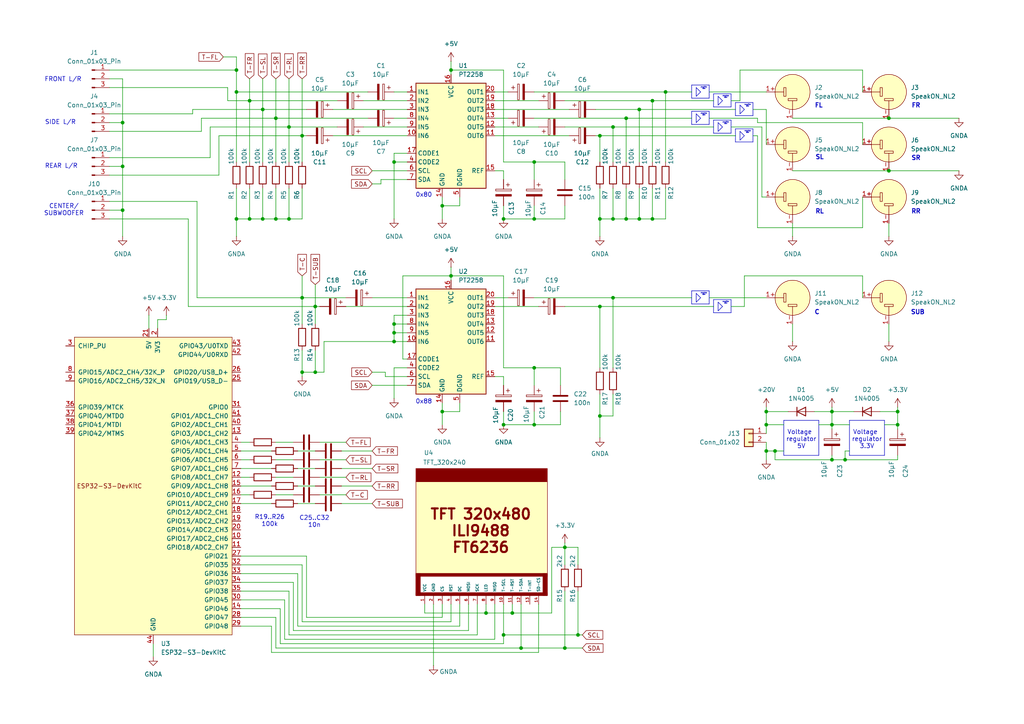
<source format=kicad_sch>
(kicad_sch (version 20250114) (generator "eeschema") (generator_version "9.0")
  (paper "A4")
  (lib_symbols
    (symbol "Audio:PT2258"
      (property "Reference" "U" (at -8.89 16.51 0))
      (property "Value" "PT2258" (at 6.35 16.51 0))
      (symbol "PT2258_1_1"
        (pin input line (at -12.7 12.7 0) (length 2.54) (name "IN1") (number "1"))
        (pin input line (at -12.7 10.16 0) (length 2.54) (name "IN2") (number "2"))
        (pin input line (at -12.7 7.62 0) (length 2.54) (name "IN3") (number "3"))
        (pin input line (at -12.7 5.08 0) (length 2.54) (name "IN4") (number "8"))
        (pin input line (at -12.7 2.54 0) (length 2.54) (name "IN5") (number "9"))
        (pin input line (at -12.7 0 0) (length 2.54) (name "IN6") (number "10"))
        (pin input line (at -12.7 -5.08 0) (length 2.54) (name "CODE1") (number "17"))
        (pin input line (at -12.7 -7.62 0) (length 2.54) (name "CODE2") (number "4"))
        (pin bidirectional line (at -12.7 -10.16 0) (length 2.54) (name "SCL") (number "6"))
        (pin bidirectional line (at -12.7 -12.7 0) (length 2.54) (name "SDA") (number "7"))
        (pin power_in line (at -2.54 -17.78 90) (length 2.54) (name "GND") (number "14"))
        (pin power_in line (at 0 17.78 270) (length 2.54) (name "VCC") (number "16"))
        (pin power_in line (at 2.54 -17.78 90) (length 2.54) (name "DGND") (number "5"))
        (pin output line (at 12.7 12.7 180) (length 2.54) (name "OUT1") (number "20"))
        (pin output line (at 12.7 10.16 180) (length 2.54) (name "OUT2") (number "19"))
        (pin output line (at 12.7 7.62 180) (length 2.54) (name "OUT3") (number "18"))
        (pin output line (at 12.7 5.08 180) (length 2.54) (name "OUT4") (number "13"))
        (pin output line (at 12.7 2.54 180) (length 2.54) (name "OUT5") (number "12"))
        (pin output line (at 12.7 0 180) (length 2.54) (name "OUT6") (number "11"))
        (pin output line (at 12.7 -10.16 180) (length 2.54) (name "REF") (number "15"))
      )
    )
    (symbol "Connector:Conn_01x03_Pin" (pin_names (offset 1.016) (hide yes))
      (property "Reference" "J" (at 0 5.08 0))
      (property "Value" "Conn_01x03_Pin" (at 0 -5.08 0))
      (symbol "Conn_01x03_Pin_1_1"
        (pin passive line (at 5.08 2.54 180) (length 3.81) (name "Pin_1") (number "1"))
        (pin passive line (at 5.08 0 180) (length 3.81) (name "Pin_2") (number "2"))
        (pin passive line (at 5.08 -2.54 180) (length 3.81) (name "Pin_3") (number "3"))
      )
    )
    (symbol "Connector_Audio:SpeakON_NL2" (pin_names (hide yes))
      (property "Reference" "J" (at 2.54 8.89 0))
      (property "Value" "SpeakON_NL2" (at 7.62 6.35 0))
      (symbol "SpeakON_NL2_0_1"
        (pin passive line (at -7.62 0 0) (length 2.54) (name "1-") (number "1-"))
      )
      (symbol "SpeakON_NL2_1_1"
        (pin passive line (at 0 7.62 270) (length 2.54) (name "1+") (number "1+"))
      )
    )
    (symbol "Connector_Generic:Conn_01x02" (pin_names (offset 1.016) (hide yes))
      (property "Reference" "J" (at 0 2.54 0))
      (property "Value" "Conn_01x02" (at 0 -5.08 0))
      (symbol "Conn_01x02_1_1"
        (pin passive line (at -5.08 0 0) (length 3.81) (name "Pin_1") (number "1"))
        (pin passive line (at -5.08 -2.54 0) (length 3.81) (name "Pin_2") (number "2"))
      )
    )
    (symbol "Device:C" (pin_numbers (hide yes)) (pin_names (offset 0.254))
      (property "Reference" "C" (at 0.635 2.54 0))
      (property "Value" "C" (at 0.635 -2.54 0))
      (symbol "C_1_1"
        (pin passive line (at 0 3.81 270) (length 2.794) (name "~") (number "1"))
        (pin passive line (at 0 -3.81 90) (length 2.794) (name "~") (number "2"))
      )
    )
    (symbol "Device:C_Polarized" (pin_numbers (hide yes)) (pin_names (offset 0.254))
      (property "Reference" "C" (at 0.635 2.54 0))
      (property "Value" "C_Polarized" (at 0.635 -2.54 0))
      (symbol "C_Polarized_1_1"
        (pin passive line (at 0 3.81 270) (length 2.794) (name "~") (number "1"))
        (pin passive line (at 0 -3.81 90) (length 2.794) (name "~") (number "2"))
      )
    )
    (symbol "Device:D" (pin_numbers (hide yes)) (pin_names (offset 1.016) (hide yes))
      (property "Reference" "D" (at 0 2.54 0))
      (property "Value" "D" (at 0 -2.54 0))
      (symbol "D_1_1"
        (pin passive line (at -3.81 0 0) (length 2.54) (name "K") (number "1"))
        (pin passive line (at 3.81 0 180) (length 2.54) (name "A") (number "2"))
      )
    )
    (symbol "Device:R" (pin_numbers (hide yes)) (pin_names (offset 0))
      (property "Reference" "R" (at 2.032 0 90))
      (property "Value" "R" (at 0 0 90))
      (symbol "R_1_1"
        (pin passive line (at 0 3.81 270) (length 1.27) (name "~") (number "1"))
        (pin passive line (at 0 -3.81 90) (length 1.27) (name "~") (number "2"))
      )
    )
    (symbol "Espressif:ESP32-S3-DevKitC" (pin_names (offset 1.016))
      (property "Reference" "U" (at -22.86 48.26 0))
      (property "Value" "ESP32-S3-DevKitC" (at -22.86 45.72 0))
      (symbol "ESP32-S3-DevKitC_0_0"
        (text "ESP32-S3-DevKitC" (at -12.7 0 0) (effects (font (size 1.27 1.27))))
        (pin bidirectional line (at -25.4 15.24 0) (length 2.54) (name "GPIO42/MTMS") (number "39"))
        (pin power_in line (at 0 -45.72 90) (length 2.54) (name "GND") (number "44"))
        (pin bidirectional line (at 25.4 40.64 180) (length 2.54) (name "GPIO43/U0TXD") (number "43"))
        (pin bidirectional line (at 25.4 38.1 180) (length 2.54) (name "GPIO44/U0RXD") (number "42"))
        (pin bidirectional line (at 25.4 20.32 180) (length 2.54) (name "GPIO1/ADC1_CH0") (number "41"))
        (pin bidirectional line (at 25.4 17.78 180) (length 2.54) (name "GPIO2/ADC1_CH1") (number "40"))
        (pin bidirectional line (at 25.4 -10.16 180) (length 2.54) (name "GPIO13/ADC2_CH2") (number "19"))
        (pin bidirectional line (at 25.4 -35.56 180) (length 2.54) (name "GPIO46") (number "14"))
      )
      (symbol "ESP32-S3-DevKitC_0_1"
        (pin power_in line (at 1.27 45.72 270) (length 2.54) (name "3V3") (number "2"))
      )
      (symbol "ESP32-S3-DevKitC_1_1"
        (pin input line (at -25.4 40.64 0) (length 2.54) (name "CHIP_PU") (number "3"))
        (pin bidirectional line (at -25.4 33.02 0) (length 2.54) (name "GPIO15/ADC2_CH4/32K_P") (number "8"))
        (pin bidirectional line (at -25.4 30.48 0) (length 2.54) (name "GPIO16/ADC2_CH5/32K_N") (number "9"))
        (pin bidirectional line (at -25.4 22.86 0) (length 2.54) (name "GPIO39/MTCK") (number "36"))
        (pin bidirectional line (at -25.4 20.32 0) (length 2.54) (name "GPIO40/MTDO") (number "37"))
        (pin bidirectional line (at -25.4 17.78 0) (length 2.54) (name "GPIO41/MTDI") (number "38"))
        (pin power_in line (at -1.27 45.72 270) (length 2.54) (name "5V") (number "21"))
        (pin passive line (at 0 -45.72 90) (length 2.54) (hide yes) (name "GND") (number "22"))
        (pin passive line (at 0 -45.72 90) (length 2.54) (hide yes) (name "GND") (number "23"))
        (pin passive line (at 0 -45.72 90) (length 2.54) (hide yes) (name "GND") (number "24"))
        (pin passive line (at 1.27 45.72 270) (length 2.54) (hide yes) (name "3V3") (number "1"))
        (pin bidirectional line (at 25.4 33.02 180) (length 2.54) (name "GPIO20/USB_D+") (number "26"))
        (pin bidirectional line (at 25.4 30.48 180) (length 2.54) (name "GPIO19/USB_D-") (number "25"))
        (pin bidirectional line (at 25.4 22.86 180) (length 2.54) (name "GPIO0") (number "31"))
        (pin bidirectional line (at 25.4 15.24 180) (length 2.54) (name "GPIO3/ADC1_CH2") (number "13"))
        (pin bidirectional line (at 25.4 12.7 180) (length 2.54) (name "GPIO4/ADC1_CH3") (number "4"))
        (pin bidirectional line (at 25.4 10.16 180) (length 2.54) (name "GPIO5/ADC1_CH4") (number "5"))
        (pin bidirectional line (at 25.4 7.62 180) (length 2.54) (name "GPIO6/ADC1_CH5") (number "6"))
        (pin bidirectional line (at 25.4 5.08 180) (length 2.54) (name "GPIO7/ADC1_CH6") (number "7"))
        (pin bidirectional line (at 25.4 2.54 180) (length 2.54) (name "GPIO8/ADC1_CH7") (number "12"))
        (pin bidirectional line (at 25.4 0 180) (length 2.54) (name "GPIO9/ADC1_CH8") (number "15"))
        (pin bidirectional line (at 25.4 -2.54 180) (length 2.54) (name "GPIO10/ADC1_CH9") (number "16"))
        (pin bidirectional line (at 25.4 -5.08 180) (length 2.54) (name "GPIO11/ADC2_CH0") (number "17"))
        (pin bidirectional line (at 25.4 -7.62 180) (length 2.54) (name "GPIO12/ADC2_CH1") (number "18"))
        (pin bidirectional line (at 25.4 -12.7 180) (length 2.54) (name "GPIO14/ADC2_CH3") (number "20"))
        (pin bidirectional line (at 25.4 -15.24 180) (length 2.54) (name "GPIO17/ADC2_CH6") (number "10"))
        (pin bidirectional line (at 25.4 -17.78 180) (length 2.54) (name "GPIO18/ADC2_CH7") (number "11"))
        (pin bidirectional line (at 25.4 -20.32 180) (length 2.54) (name "GPIO21") (number "27"))
        (pin bidirectional line (at 25.4 -22.86 180) (length 2.54) (name "GPIO35") (number "32"))
        (pin bidirectional line (at 25.4 -25.4 180) (length 2.54) (name "GPIO36") (number "33"))
        (pin bidirectional line (at 25.4 -27.94 180) (length 2.54) (name "GPIO37") (number "34"))
        (pin bidirectional line (at 25.4 -30.48 180) (length 2.54) (name "GPIO38") (number "35"))
        (pin bidirectional line (at 25.4 -33.02 180) (length 2.54) (name "GPIO45") (number "30"))
        (pin bidirectional line (at 25.4 -38.1 180) (length 2.54) (name "GPIO47") (number "28"))
        (pin bidirectional line (at 25.4 -40.64 180) (length 2.54) (name "GPIO48") (number "29"))
      )
    )
    (symbol "power:+24V" (power) (pin_numbers (hide yes)) (pin_names (offset 0) (hide yes))
      (property "Value" "+24V" (at 0 3.556 0))
      (symbol "+24V_1_1"
        (pin power_in line (at 0 0 90) (length 0) (name "~") (number "1"))
      )
    )
    (symbol "power:+3.3V" (power) (pin_numbers (hide yes)) (pin_names (offset 0) (hide yes))
      (property "Value" "+3.3V" (at 0 3.556 0))
      (symbol "+3.3V_1_1"
        (pin power_in line (at 0 0 90) (length 0) (name "~") (number "1"))
      )
    )
    (symbol "power:+5V" (power) (pin_numbers (hide yes)) (pin_names (offset 0) (hide yes))
      (property "Value" "+5V" (at 0 3.556 0))
      (symbol "+5V_1_1"
        (pin power_in line (at 0 0 90) (length 0) (name "~") (number "1"))
      )
    )
    (symbol "power:GNDA" (power) (pin_numbers (hide yes)) (pin_names (offset 0) (hide yes))
      (property "Value" "GNDA" (at 0 -3.81 0))
      (symbol "GNDA_1_1"
        (pin power_in line (at 0 0 270) (length 0) (name "~") (number "1"))
      )
    )
    (symbol "tft_320x240:TFT_320x240" (pin_names (offset 1.016))
      (property "Reference" "U4" (at -16.764 41.402 0))
      (property "Value" "TFT_320x240" (at -17.018 38.608 0))
      (symbol "TFT_320x240_1_1"
        (text "TFT 320x480\nILI9488\nFT6236" (at -0.254 18.796 0) (effects (font (size 2.9972 2.9972) (bold yes))))
        (pin power_in line (at -16.51 -2.54 90) (length 2.54) (name "VCC") (number "1"))
        (pin bidirectional line (at -13.97 -2.54 90) (length 2.54) (name "GND") (number "2"))
        (pin bidirectional line (at -11.43 -2.54 90) (length 2.54) (name "CS") (number "3"))
        (pin bidirectional line (at -8.89 -2.54 90) (length 2.54) (name "RST") (number "4"))
        (pin bidirectional line (at -6.35 -2.54 90) (length 2.54) (name "DC") (number "5"))
        (pin bidirectional line (at -3.81 -2.54 90) (length 2.54) (name "MOSI") (number "6"))
        (pin bidirectional line (at -1.27 -2.54 90) (length 2.54) (name "SCK") (number "7"))
        (pin power_in line (at 1.27 -2.54 90) (length 2.54) (name "LED") (number "8"))
        (pin bidirectional line (at 3.81 -2.54 90) (length 2.54) (name "MISO") (number "9"))
        (pin bidirectional line (at 6.35 -2.54 90) (length 2.54) (name "T-SCL") (number "10"))
        (pin bidirectional line (at 8.89 -2.54 90) (length 2.54) (name "T-RST") (number "11"))
        (pin bidirectional line (at 11.43 -2.54 90) (length 2.54) (name "T-SDA") (number "12"))
        (pin bidirectional line (at 13.97 -2.54 90) (length 2.54) (name "T-INT") (number "13"))
        (pin bidirectional line (at 16.51 -2.54 90) (length 2.54) (name "SD-CS") (number "14"))
      )
    )
  )
  (text "Amplifier\n60W" (at 210.5147 35.8377 0) (effects (font (size 0.2794 0.2794))))
  (text "0x80" (at 122.936 56.642 0) (effects (font (size 1.27 1.27))))
  (text "Voltage \nregulator\n5V" (at 232.41 127.508 0) (effects (font (size 1.27 1.27))))
  (text "CENTER/\nSUBWOOFER\n" (at 18.542 60.96 0) (effects (font (size 1.27 1.27))))
  (text "SR" (at 265.684 45.974 0) (effects (font (size 1.27 1.27) (thickness 0.254) (bold yes))))
  (text "REAR L/R" (at 17.78 48.26 0) (effects (font (size 1.27 1.27))))
  (text "SIDE L/R" (at 17.526 35.56 0) (effects (font (size 1.27 1.27))))
  (text "R19..R26\n100k" (at 78.232 151.13 0) (effects (font (size 1.27 1.27))))
  (text "C25..C32\n10n" (at 91.186 151.384 0) (effects (font (size 1.27 1.27))))
  (text "Amplifier\n60W" (at 216.8647 30.7577 0) (effects (font (size 0.2794 0.2794))))
  (text "Amplifier\n60W" (at 210.5147 87.9077 0) (effects (font (size 0.2794 0.2794))))
  (text "FRONT L/R" (at 18.288 23.114 0) (effects (font (size 1.27 1.27))))
  (text "FR" (at 265.684 30.734 0) (effects (font (size 1.27 1.27) (thickness 0.254) (bold yes))))
  (text "FL" (at 237.49 30.734 0) (effects (font (size 1.27 1.27) (thickness 0.254) (bold yes))))
  (text "RL" (at 237.744 61.468 0) (effects (font (size 1.27 1.27) (thickness 0.254) (bold yes))))
  (text "Amplifier\n60W" (at 204.1647 25.6777 0) (effects (font (size 0.2794 0.2794))))
  (text "RR" (at 265.684 61.468 0) (effects (font (size 1.27 1.27) (thickness 0.254) (bold yes))))
  (text "Voltage \nregulator\n3.3V" (at 251.46 127.508 0) (effects (font (size 1.27 1.27))))
  (text "SL" (at 237.744 45.72 0) (effects (font (size 1.27 1.27) (thickness 0.254) (bold yes))))
  (text "0x88" (at 122.936 116.586 0) (effects (font (size 1.27 1.27))))
  (text "Amplifier\n60W" (at 204.1647 33.2977 0) (effects (font (size 0.2794 0.2794))))
  (text "Amplifier\n60W" (at 216.8647 38.3777 0) (effects (font (size 0.2794 0.2794))))
  (text "Amplifier\n60W" (at 204.1647 85.3677 0) (effects (font (size 0.2794 0.2794))))
  (text "C" (at 236.982 90.678 0) (effects (font (size 1.27 1.27) (thickness 0.254) (bold yes))))
  (text "Amplifier\n60W" (at 210.5147 28.2177 0) (effects (font (size 0.2794 0.2794))))
  (text "SUB" (at 266.192 90.678 0) (effects (font (size 1.27 1.27) (thickness 0.254) (bold yes))))
  (junction (at 114.3 96.52))
  (junction (at 114.3 93.98))
  (junction (at 173.99 39.37))
  (junction (at 91.44 88.9))
  (junction (at 193.04 26.67))
  (junction (at 173.99 88.9))
  (junction (at 154.94 123.19))
  (junction (at 185.42 63.5))
  (junction (at 130.81 20.32))
  (junction (at 163.83 187.96))
  (junction (at 72.39 29.21))
  (junction (at 241.3 123.19))
  (junction (at 151.13 187.96))
  (junction (at 72.39 63.5))
  (junction (at 130.81 80.01))
  (junction (at 80.01 34.29))
  (junction (at 83.82 36.83))
  (junction (at 80.01 63.5))
  (junction (at 76.2 31.75))
  (junction (at 68.58 63.5))
  (junction (at 68.58 20.32))
  (junction (at 114.3 46.99))
  (junction (at 167.64 184.15))
  (junction (at 257.81 49.53))
  (junction (at 222.25 130.81))
  (junction (at 177.8 63.5))
  (junction (at 76.2 63.5))
  (junction (at 140.97 177.8))
  (junction (at 154.94 106.68))
  (junction (at 185.42 31.75))
  (junction (at 257.81 34.29))
  (junction (at 222.25 123.19))
  (junction (at 35.56 48.26))
  (junction (at 91.44 107.95))
  (junction (at 87.63 107.95))
  (junction (at 181.61 34.29))
  (junction (at 163.83 158.75))
  (junction (at 128.27 119.38))
  (junction (at 35.56 60.96))
  (junction (at 260.35 119.38))
  (junction (at 260.35 123.19))
  (junction (at 128.27 59.69))
  (junction (at 177.8 86.36))
  (junction (at 146.05 63.5))
  (junction (at 87.63 86.36))
  (junction (at 154.94 63.5))
  (junction (at 189.23 63.5))
  (junction (at 224.79 130.81))
  (junction (at 173.99 120.65))
  (junction (at 148.59 177.8))
  (junction (at 83.82 63.5))
  (junction (at 146.05 184.15))
  (junction (at 241.3 133.35))
  (junction (at 114.3 99.06))
  (junction (at 146.05 123.19))
  (junction (at 181.61 63.5))
  (junction (at 222.25 119.38))
  (junction (at 68.58 26.67))
  (junction (at 245.11 133.35))
  (junction (at 241.3 119.38))
  (junction (at 189.23 29.21))
  (junction (at 173.99 63.5))
  (junction (at 177.8 36.83))
  (junction (at 154.94 46.99))
  (junction (at 87.63 39.37))
  (junction (at 35.56 35.56))
  (wire (pts (xy 57.15 58.42) (xy 57.15 86.36)))
  (polyline (pts (xy 214.63 30.48) (xy 215.9 31.75)))
  (wire (pts (xy 146.05 175.26) (xy 146.05 184.15)))
  (polyline (pts (xy 213.3087 41.1717) (xy 218.3887 41.1717)))
  (wire (pts (xy 163.83 157.48) (xy 163.83 158.75)))
  (wire (pts (xy 185.42 54.61) (xy 185.42 63.5)))
  (wire (pts (xy 107.95 53.34) (xy 110.49 53.34)))
  (wire (pts (xy 57.15 86.36) (xy 87.63 86.36)))
  (wire (pts (xy 241.3 119.38) (xy 241.3 123.19)))
  (wire (pts (xy 222.25 41.91) (xy 222.25 31.75)))
  (wire (pts (xy 100.33 88.9) (xy 118.11 88.9)))
  (wire (pts (xy 72.39 22.86) (xy 72.39 29.21)))
  (wire (pts (xy 222.25 128.27) (xy 222.25 130.81)))
  (wire (pts (xy 80.01 179.07) (xy 80.01 187.96)))
  (wire (pts (xy 256.54 123.19) (xy 260.35 123.19)))
  (wire (pts (xy 146.05 80.01) (xy 130.81 80.01)))
  (wire (pts (xy 143.51 39.37) (xy 165.1 39.37)))
  (polyline (pts (xy 208.28 35.56) (xy 209.55 36.83)))
  (wire (pts (xy 118.11 44.45) (xy 114.3 44.45)))
  (wire (pts (xy 114.3 34.29) (xy 118.11 34.29)))
  (wire (pts (xy 91.44 93.98) (xy 91.44 88.9)))
  (polyline (pts (xy 218.3887 29.7417) (xy 218.3887 33.5517)))
  (wire (pts (xy 107.95 49.53) (xy 118.11 49.53)))
  (wire (pts (xy 241.3 118.11) (xy 241.3 119.38)))
  (wire (pts (xy 146.05 184.15) (xy 167.64 184.15)))
  (wire (pts (xy 85.09 168.91) (xy 69.85 168.91)))
  (wire (pts (xy 87.63 54.61) (xy 87.63 63.5)))
  (wire (pts (xy 162.56 111.76) (xy 162.56 106.68)))
  (wire (pts (xy 31.75 33.02) (xy 55.88 33.02)))
  (polyline (pts (xy 227.33 121.92) (xy 227.33 132.08)))
  (wire (pts (xy 55.88 31.75) (xy 76.2 31.75)))
  (wire (pts (xy 87.63 80.01) (xy 87.63 86.36)))
  (wire (pts (xy 224.79 133.35) (xy 224.79 130.81)))
  (wire (pts (xy 162.56 119.38) (xy 162.56 123.19)))
  (wire (pts (xy 189.23 46.99) (xy 189.23 29.21)))
  (polyline (pts (xy 200.6087 36.0917) (xy 205.6887 36.0917)))
  (polyline (pts (xy 208.28 27.94) (xy 209.55 29.21)))
  (wire (pts (xy 212.09 88.9) (xy 215.9 88.9)))
  (polyline (pts (xy 213.3087 29.7417) (xy 213.3087 33.5517)))
  (wire (pts (xy 250.19 66.04) (xy 219.71 66.04)))
  (wire (pts (xy 72.39 54.61) (xy 72.39 63.5)))
  (wire (pts (xy 31.75 50.8) (xy 63.5 50.8)))
  (wire (pts (xy 140.97 175.26) (xy 140.97 177.8)))
  (wire (pts (xy 80.01 46.99) (xy 80.01 34.29)))
  (wire (pts (xy 212.09 29.21) (xy 214.63 29.21)))
  (wire (pts (xy 193.04 54.61) (xy 193.04 63.5)))
  (wire (pts (xy 31.75 35.56) (xy 35.56 35.56)))
  (wire (pts (xy 222.25 130.81) (xy 222.25 133.35)))
  (wire (pts (xy 205.74 86.36) (xy 222.25 86.36)))
  (wire (pts (xy 222.25 119.38) (xy 222.25 123.19)))
  (wire (pts (xy 78.74 181.61) (xy 69.85 181.61)))
  (wire (pts (xy 128.27 57.15) (xy 128.27 59.69)))
  (wire (pts (xy 96.52 39.37) (xy 118.11 39.37)))
  (wire (pts (xy 154.94 123.19) (xy 146.05 123.19)))
  (wire (pts (xy 88.9 161.29) (xy 69.85 161.29)))
  (wire (pts (xy 31.75 22.86) (xy 35.56 22.86)))
  (wire (pts (xy 143.51 88.9) (xy 156.21 88.9)))
  (wire (pts (xy 222.25 130.81) (xy 224.79 130.81)))
  (wire (pts (xy 80.01 54.61) (xy 80.01 63.5)))
  (wire (pts (xy 68.58 20.32) (xy 68.58 26.67)))
  (wire (pts (xy 133.35 116.84) (xy 133.35 119.38)))
  (wire (pts (xy 114.3 26.67) (xy 118.11 26.67)))
  (polyline (pts (xy 201.93 87.63) (xy 203.2 86.36)))
  (wire (pts (xy 222.25 123.19) (xy 227.33 123.19)))
  (wire (pts (xy 177.8 86.36) (xy 200.66 86.36)))
  (wire (pts (xy 80.01 133.35) (xy 85.09 133.35)))
  (polyline (pts (xy 206.9587 31.0117) (xy 212.0387 31.0117)))
  (wire (pts (xy 128.27 59.69) (xy 128.27 63.5)))
  (wire (pts (xy 128.27 116.84) (xy 128.27 119.38)))
  (wire (pts (xy 80.01 63.5) (xy 76.2 63.5)))
  (wire (pts (xy 68.58 16.51) (xy 68.58 20.32)))
  (polyline (pts (xy 256.54 121.92) (xy 256.54 132.08)))
  (wire (pts (xy 118.11 109.22) (xy 111.76 109.22)))
  (wire (pts (xy 177.8 86.36) (xy 154.94 86.36)))
  (wire (pts (xy 260.35 118.11) (xy 260.35 119.38)))
  (wire (pts (xy 63.5 39.37) (xy 87.63 39.37)))
  (wire (pts (xy 193.04 26.67) (xy 200.66 26.67)))
  (wire (pts (xy 86.36 130.81) (xy 91.44 130.81)))
  (wire (pts (xy 173.99 106.68) (xy 173.99 88.9)))
  (polyline (pts (xy 201.93 35.56) (xy 203.2 34.29)))
  (wire (pts (xy 87.63 86.36) (xy 100.33 86.36)))
  (wire (pts (xy 87.63 107.95) (xy 87.63 109.22)))
  (wire (pts (xy 148.59 177.8) (xy 140.97 177.8)))
  (wire (pts (xy 92.71 143.51) (xy 100.33 143.51)))
  (wire (pts (xy 143.51 109.22) (xy 146.05 109.22)))
  (wire (pts (xy 35.56 68.58) (xy 35.56 60.96)))
  (wire (pts (xy 128.27 119.38) (xy 128.27 123.19)))
  (wire (pts (xy 167.64 184.15) (xy 168.91 184.15)))
  (wire (pts (xy 255.27 119.38) (xy 260.35 119.38)))
  (wire (pts (xy 250.19 86.36) (xy 250.19 80.01)))
  (wire (pts (xy 177.8 63.5) (xy 173.99 63.5)))
  (wire (pts (xy 86.36 181.61) (xy 86.36 166.37)))
  (wire (pts (xy 229.87 64.77) (xy 229.87 68.58)))
  (wire (pts (xy 237.49 123.19) (xy 241.3 123.19)))
  (wire (pts (xy 66.04 29.21) (xy 72.39 29.21)))
  (polyline (pts (xy 212.0387 86.8917) (xy 212.0387 90.7017)))
  (wire (pts (xy 193.04 26.67) (xy 154.94 26.67)))
  (wire (pts (xy 250.19 35.56) (xy 219.71 35.56)))
  (wire (pts (xy 111.76 109.22) (xy 111.76 107.95)))
  (wire (pts (xy 118.11 96.52) (xy 114.3 96.52)))
  (wire (pts (xy 212.09 36.83) (xy 220.98 36.83)))
  (wire (pts (xy 250.19 20.32) (xy 214.63 20.32)))
  (wire (pts (xy 154.94 59.69) (xy 154.94 63.5)))
  (wire (pts (xy 229.87 49.53) (xy 257.81 49.53)))
  (wire (pts (xy 163.83 59.69) (xy 163.83 63.5)))
  (polyline (pts (xy 205.6887 84.3517) (xy 205.6887 88.1617)))
  (wire (pts (xy 163.83 46.99) (xy 154.94 46.99)))
  (wire (pts (xy 177.8 36.83) (xy 207.01 36.83)))
  (polyline (pts (xy 200.6087 84.3517) (xy 200.6087 88.1617)))
  (wire (pts (xy 69.85 143.51) (xy 72.39 143.51)))
  (wire (pts (xy 81.28 186.69) (xy 81.28 176.53)))
  (wire (pts (xy 114.3 44.45) (xy 114.3 46.99)))
  (wire (pts (xy 257.81 64.77) (xy 257.81 68.58)))
  (wire (pts (xy 35.56 48.26) (xy 35.56 60.96)))
  (polyline (pts (xy 200.6087 24.6617) (xy 200.6087 28.4717)))
  (wire (pts (xy 87.63 107.95) (xy 91.44 107.95)))
  (wire (pts (xy 116.84 80.01) (xy 130.81 80.01)))
  (wire (pts (xy 154.94 119.38) (xy 154.94 123.19)))
  (wire (pts (xy 83.82 63.5) (xy 80.01 63.5)))
  (polyline (pts (xy 201.93 25.4) (xy 203.2 26.67)))
  (wire (pts (xy 80.01 179.07) (xy 69.85 179.07)))
  (wire (pts (xy 91.44 82.55) (xy 91.44 88.9)))
  (wire (pts (xy 250.19 26.67) (xy 250.19 20.32)))
  (wire (pts (xy 69.85 140.97) (xy 78.74 140.97)))
  (wire (pts (xy 68.58 46.99) (xy 68.58 26.67)))
  (wire (pts (xy 250.19 41.91) (xy 250.19 35.56)))
  (wire (pts (xy 143.51 31.75) (xy 165.1 31.75)))
  (wire (pts (xy 173.99 114.3) (xy 173.99 120.65)))
  (wire (pts (xy 107.95 86.36) (xy 118.11 86.36)))
  (wire (pts (xy 91.44 107.95) (xy 93.98 107.95)))
  (wire (pts (xy 154.94 106.68) (xy 154.94 111.76)))
  (polyline (pts (xy 200.6087 28.4717) (xy 205.6887 28.4717)))
  (wire (pts (xy 87.63 46.99) (xy 87.63 39.37)))
  (wire (pts (xy 173.99 88.9) (xy 207.01 88.9)))
  (wire (pts (xy 222.25 123.19) (xy 222.25 125.73)))
  (wire (pts (xy 245.11 130.81) (xy 245.11 133.35)))
  (wire (pts (xy 93.98 99.06) (xy 114.3 99.06)))
  (wire (pts (xy 92.71 133.35) (xy 100.33 133.35)))
  (wire (pts (xy 116.84 104.14) (xy 116.84 80.01)))
  (wire (pts (xy 72.39 29.21) (xy 97.79 29.21)))
  (wire (pts (xy 173.99 54.61) (xy 173.99 63.5)))
  (wire (pts (xy 205.74 26.67) (xy 222.25 26.67)))
  (wire (pts (xy 44.45 186.69) (xy 44.45 190.5)))
  (polyline (pts (xy 206.9587 34.8217) (xy 212.0387 34.8217)))
  (wire (pts (xy 154.94 52.07) (xy 154.94 46.99)))
  (wire (pts (xy 114.3 46.99) (xy 118.11 46.99)))
  (wire (pts (xy 143.51 49.53) (xy 146.05 49.53)))
  (wire (pts (xy 68.58 26.67) (xy 106.68 26.67)))
  (wire (pts (xy 99.06 146.05) (xy 107.95 146.05)))
  (wire (pts (xy 173.99 39.37) (xy 172.72 39.37)))
  (wire (pts (xy 83.82 184.15) (xy 138.43 184.15)))
  (polyline (pts (xy 200.6087 32.2817) (xy 205.6887 32.2817)))
  (wire (pts (xy 76.2 22.86) (xy 76.2 31.75)))
  (wire (pts (xy 66.04 25.4) (xy 66.04 29.21)))
  (wire (pts (xy 118.11 91.44) (xy 114.3 91.44)))
  (wire (pts (xy 185.42 46.99) (xy 185.42 31.75)))
  (wire (pts (xy 189.23 29.21) (xy 163.83 29.21)))
  (wire (pts (xy 173.99 63.5) (xy 173.99 68.58)))
  (wire (pts (xy 82.55 185.42) (xy 143.51 185.42)))
  (wire (pts (xy 87.63 22.86) (xy 87.63 39.37)))
  (wire (pts (xy 55.88 33.02) (xy 55.88 31.75)))
  (wire (pts (xy 87.63 39.37) (xy 88.9 39.37)))
  (wire (pts (xy 58.42 34.29) (xy 80.01 34.29)))
  (wire (pts (xy 241.3 123.19) (xy 246.38 123.19)))
  (wire (pts (xy 96.52 31.75) (xy 118.11 31.75)))
  (wire (pts (xy 60.96 36.83) (xy 83.82 36.83)))
  (wire (pts (xy 241.3 133.35) (xy 224.79 133.35)))
  (wire (pts (xy 31.75 45.72) (xy 60.96 45.72)))
  (wire (pts (xy 81.28 186.69) (xy 146.05 186.69)))
  (wire (pts (xy 163.83 158.75) (xy 163.83 163.83)))
  (wire (pts (xy 163.83 52.07) (xy 163.83 46.99)))
  (wire (pts (xy 87.63 63.5) (xy 83.82 63.5)))
  (wire (pts (xy 130.81 17.78) (xy 130.81 20.32)))
  (polyline (pts (xy 201.93 33.02) (xy 201.93 35.56)))
  (wire (pts (xy 31.75 20.32) (xy 68.58 20.32)))
  (wire (pts (xy 220.98 57.15) (xy 220.98 36.83)))
  (polyline (pts (xy 227.33 121.92) (xy 237.49 121.92)))
  (wire (pts (xy 143.51 34.29) (xy 147.32 34.29)))
  (polyline (pts (xy 208.28 30.48) (xy 209.55 29.21)))
  (wire (pts (xy 69.85 130.81) (xy 78.74 130.81)))
  (wire (pts (xy 64.77 16.51) (xy 68.58 16.51)))
  (polyline (pts (xy 212.0387 34.8217) (xy 212.0387 38.6317)))
  (wire (pts (xy 69.85 128.27) (xy 72.39 128.27)))
  (wire (pts (xy 86.36 140.97) (xy 91.44 140.97)))
  (wire (pts (xy 99.06 135.89) (xy 107.95 135.89)))
  (wire (pts (xy 154.94 106.68) (xy 146.05 106.68)))
  (wire (pts (xy 105.41 36.83) (xy 118.11 36.83)))
  (wire (pts (xy 83.82 184.15) (xy 83.82 171.45)))
  (wire (pts (xy 78.74 189.23) (xy 78.74 181.61)))
  (wire (pts (xy 177.8 46.99) (xy 177.8 36.83)))
  (wire (pts (xy 133.35 175.26) (xy 133.35 181.61)))
  (wire (pts (xy 80.01 187.96) (xy 151.13 187.96)))
  (wire (pts (xy 189.23 29.21) (xy 207.01 29.21)))
  (wire (pts (xy 81.28 176.53) (xy 69.85 176.53)))
  (wire (pts (xy 133.35 59.69) (xy 128.27 59.69)))
  (wire (pts (xy 143.51 86.36) (xy 147.32 86.36)))
  (wire (pts (xy 246.38 130.81) (xy 245.11 130.81)))
  (wire (pts (xy 162.56 106.68) (xy 154.94 106.68)))
  (wire (pts (xy 167.64 163.83) (xy 167.64 158.75)))
  (wire (pts (xy 181.61 54.61) (xy 181.61 63.5)))
  (wire (pts (xy 83.82 22.86) (xy 83.82 36.83)))
  (wire (pts (xy 143.51 29.21) (xy 156.21 29.21)))
  (polyline (pts (xy 237.49 121.92) (xy 237.49 132.08)))
  (wire (pts (xy 69.85 135.89) (xy 78.74 135.89)))
  (wire (pts (xy 114.3 106.68) (xy 118.11 106.68)))
  (wire (pts (xy 58.42 38.1) (xy 58.42 34.29)))
  (wire (pts (xy 111.76 107.95) (xy 107.95 107.95)))
  (wire (pts (xy 257.81 49.53) (xy 278.13 49.53)))
  (wire (pts (xy 35.56 22.86) (xy 35.56 35.56)))
  (wire (pts (xy 257.81 34.29) (xy 278.13 34.29)))
  (wire (pts (xy 229.87 93.98) (xy 229.87 99.06)))
  (wire (pts (xy 86.36 135.89) (xy 91.44 135.89)))
  (wire (pts (xy 118.11 99.06) (xy 114.3 99.06)))
  (wire (pts (xy 173.99 120.65) (xy 173.99 127)))
  (polyline (pts (xy 200.6087 24.6617) (xy 205.6887 24.6617)))
  (polyline (pts (xy 205.6887 24.6617) (xy 205.6887 28.4717)))
  (wire (pts (xy 189.23 54.61) (xy 189.23 63.5)))
  (wire (pts (xy 148.59 175.26) (xy 148.59 177.8)))
  (wire (pts (xy 193.04 63.5) (xy 189.23 63.5)))
  (wire (pts (xy 99.06 130.81) (xy 107.95 130.81)))
  (wire (pts (xy 135.89 175.26) (xy 135.89 182.88)))
  (polyline (pts (xy 206.9587 27.2017) (xy 212.0387 27.2017)))
  (wire (pts (xy 69.85 146.05) (xy 78.74 146.05)))
  (wire (pts (xy 48.26 91.44) (xy 48.26 92.71)))
  (polyline (pts (xy 200.6087 84.3517) (xy 205.6887 84.3517)))
  (wire (pts (xy 31.75 38.1) (xy 58.42 38.1)))
  (wire (pts (xy 69.85 133.35) (xy 72.39 133.35)))
  (wire (pts (xy 87.63 180.34) (xy 87.63 163.83)))
  (wire (pts (xy 250.19 57.15) (xy 250.19 66.04)))
  (wire (pts (xy 114.3 99.06) (xy 114.3 96.52)))
  (wire (pts (xy 214.63 20.32) (xy 214.63 29.21)))
  (wire (pts (xy 177.8 106.68) (xy 177.8 86.36)))
  (wire (pts (xy 80.01 128.27) (xy 85.09 128.27)))
  (wire (pts (xy 218.44 39.37) (xy 219.71 39.37)))
  (wire (pts (xy 260.35 123.19) (xy 260.35 124.46)))
  (wire (pts (xy 143.51 36.83) (xy 156.21 36.83)))
  (wire (pts (xy 86.36 181.61) (xy 133.35 181.61)))
  (wire (pts (xy 110.49 53.34) (xy 110.49 52.07)))
  (wire (pts (xy 82.55 173.99) (xy 69.85 173.99)))
  (wire (pts (xy 185.42 31.75) (xy 213.36 31.75)))
  (polyline (pts (xy 214.63 38.1) (xy 214.63 40.64)))
  (wire (pts (xy 193.04 46.99) (xy 193.04 26.67)))
  (wire (pts (xy 48.26 92.71) (xy 45.72 92.71)))
  (wire (pts (xy 222.25 57.15) (xy 220.98 57.15)))
  (polyline (pts (xy 246.38 121.92) (xy 256.54 121.92)))
  (wire (pts (xy 154.94 46.99) (xy 146.05 46.99)))
  (polyline (pts (xy 214.63 38.1) (xy 215.9 39.37)))
  (wire (pts (xy 130.81 175.26) (xy 130.81 180.34)))
  (wire (pts (xy 222.25 119.38) (xy 228.6 119.38)))
  (polyline (pts (xy 206.9587 86.8917) (xy 212.0387 86.8917)))
  (wire (pts (xy 205.74 34.29) (xy 219.71 34.29)))
  (wire (pts (xy 177.8 120.65) (xy 173.99 120.65)))
  (wire (pts (xy 146.05 49.53) (xy 146.05 52.07)))
  (wire (pts (xy 160.02 177.8) (xy 148.59 177.8)))
  (wire (pts (xy 87.63 101.6) (xy 87.63 107.95)))
  (wire (pts (xy 260.35 132.08) (xy 260.35 133.35)))
  (polyline (pts (xy 213.3087 37.3617) (xy 218.3887 37.3617)))
  (wire (pts (xy 146.05 109.22) (xy 146.05 111.76)))
  (polyline (pts (xy 208.28 87.63) (xy 208.28 90.17)))
  (wire (pts (xy 92.71 138.43) (xy 100.33 138.43)))
  (wire (pts (xy 146.05 184.15) (xy 146.05 186.69)))
  (wire (pts (xy 88.9 179.07) (xy 88.9 161.29)))
  (polyline (pts (xy 246.38 121.92) (xy 246.38 132.08)))
  (wire (pts (xy 88.9 179.07) (xy 128.27 179.07)))
  (wire (pts (xy 163.83 63.5) (xy 154.94 63.5)))
  (wire (pts (xy 63.5 50.8) (xy 63.5 39.37)))
  (wire (pts (xy 45.72 92.71) (xy 45.72 95.25)))
  (wire (pts (xy 146.05 106.68) (xy 146.05 80.01)))
  (wire (pts (xy 35.56 60.96) (xy 31.75 60.96)))
  (polyline (pts (xy 206.9587 38.6317) (xy 212.0387 38.6317)))
  (wire (pts (xy 80.01 138.43) (xy 85.09 138.43)))
  (wire (pts (xy 85.09 182.88) (xy 135.89 182.88)))
  (wire (pts (xy 91.44 88.9) (xy 92.71 88.9)))
  (wire (pts (xy 241.3 132.08) (xy 241.3 133.35)))
  (wire (pts (xy 189.23 63.5) (xy 185.42 63.5)))
  (polyline (pts (xy 208.28 38.1) (xy 209.55 36.83)))
  (wire (pts (xy 68.58 63.5) (xy 68.58 68.58)))
  (polyline (pts (xy 206.9587 86.8917) (xy 206.9587 90.7017)))
  (wire (pts (xy 92.71 128.27) (xy 100.33 128.27)))
  (wire (pts (xy 173.99 88.9) (xy 163.83 88.9)))
  (polyline (pts (xy 201.93 85.09) (xy 201.93 87.63)))
  (wire (pts (xy 222.25 118.11) (xy 222.25 119.38)))
  (wire (pts (xy 257.81 93.98) (xy 257.81 99.06)))
  (wire (pts (xy 76.2 63.5) (xy 72.39 63.5)))
  (polyline (pts (xy 256.54 132.08) (xy 246.38 132.08)))
  (wire (pts (xy 181.61 46.99) (xy 181.61 34.29)))
  (wire (pts (xy 91.44 101.6) (xy 91.44 107.95)))
  (wire (pts (xy 219.71 35.56) (xy 219.71 34.29)))
  (wire (pts (xy 60.96 45.72) (xy 60.96 36.83)))
  (wire (pts (xy 140.97 177.8) (xy 123.19 177.8)))
  (wire (pts (xy 83.82 36.83) (xy 97.79 36.83)))
  (wire (pts (xy 87.63 180.34) (xy 130.81 180.34)))
  (wire (pts (xy 93.98 107.95) (xy 93.98 99.06)))
  (wire (pts (xy 107.95 111.76) (xy 118.11 111.76)))
  (wire (pts (xy 181.61 63.5) (xy 177.8 63.5)))
  (wire (pts (xy 167.64 171.45) (xy 167.64 184.15)))
  (wire (pts (xy 250.19 80.01) (xy 215.9 80.01)))
  (wire (pts (xy 133.35 119.38) (xy 128.27 119.38)))
  (polyline (pts (xy 213.3087 37.3617) (xy 213.3087 41.1717)))
  (polyline (pts (xy 212.0387 27.2017) (xy 212.0387 31.0117)))
  (wire (pts (xy 69.85 138.43) (xy 72.39 138.43)))
  (polyline (pts (xy 237.49 132.08) (xy 227.33 132.08)))
  (wire (pts (xy 173.99 39.37) (xy 213.36 39.37)))
  (wire (pts (xy 181.61 34.29) (xy 154.94 34.29)))
  (wire (pts (xy 219.71 66.04) (xy 219.71 39.37)))
  (wire (pts (xy 146.05 46.99) (xy 146.05 20.32)))
  (polyline (pts (xy 200.6087 32.2817) (xy 200.6087 36.0917)))
  (wire (pts (xy 85.09 182.88) (xy 85.09 168.91)))
  (polyline (pts (xy 206.9587 34.8217) (xy 206.9587 38.6317)))
  (wire (pts (xy 185.42 31.75) (xy 172.72 31.75)))
  (wire (pts (xy 163.83 171.45) (xy 163.83 187.96)))
  (wire (pts (xy 43.18 91.44) (xy 43.18 95.25)))
  (wire (pts (xy 224.79 130.81) (xy 227.33 130.81)))
  (wire (pts (xy 151.13 175.26) (xy 151.13 187.96)))
  (wire (pts (xy 173.99 46.99) (xy 173.99 39.37)))
  (wire (pts (xy 138.43 175.26) (xy 138.43 184.15)))
  (wire (pts (xy 156.21 175.26) (xy 156.21 189.23)))
  (polyline (pts (xy 200.6087 88.1617) (xy 205.6887 88.1617)))
  (polyline (pts (xy 206.9587 27.2017) (xy 206.9587 31.0117)))
  (wire (pts (xy 146.05 63.5) (xy 154.94 63.5)))
  (wire (pts (xy 105.41 29.21) (xy 118.11 29.21)))
  (wire (pts (xy 123.19 175.26) (xy 123.19 177.8)))
  (polyline (pts (xy 201.93 25.4) (xy 201.93 27.94)))
  (wire (pts (xy 128.27 175.26) (xy 128.27 179.07)))
  (wire (pts (xy 83.82 46.99) (xy 83.82 36.83)))
  (wire (pts (xy 68.58 63.5) (xy 72.39 63.5)))
  (wire (pts (xy 162.56 123.19) (xy 154.94 123.19)))
  (wire (pts (xy 229.87 34.29) (xy 257.81 34.29)))
  (wire (pts (xy 82.55 185.42) (xy 82.55 173.99)))
  (wire (pts (xy 163.83 187.96) (xy 168.91 187.96)))
  (wire (pts (xy 143.51 26.67) (xy 147.32 26.67)))
  (wire (pts (xy 114.3 93.98) (xy 118.11 93.98)))
  (wire (pts (xy 236.22 119.38) (xy 241.3 119.38)))
  (wire (pts (xy 146.05 20.32) (xy 130.81 20.32)))
  (wire (pts (xy 143.51 175.26) (xy 143.51 185.42)))
  (wire (pts (xy 87.63 163.83) (xy 69.85 163.83)))
  (wire (pts (xy 241.3 133.35) (xy 245.11 133.35)))
  (wire (pts (xy 86.36 166.37) (xy 69.85 166.37)))
  (wire (pts (xy 177.8 36.83) (xy 163.83 36.83)))
  (wire (pts (xy 54.61 88.9) (xy 91.44 88.9)))
  (wire (pts (xy 177.8 54.61) (xy 177.8 63.5)))
  (polyline (pts (xy 218.3887 37.3617) (xy 218.3887 41.1717)))
  (polyline (pts (xy 214.63 33.02) (xy 215.9 31.75)))
  (wire (pts (xy 125.73 175.26) (xy 125.73 193.04)))
  (wire (pts (xy 146.05 119.38) (xy 146.05 123.19)))
  (wire (pts (xy 114.3 46.99) (xy 114.3 63.5)))
  (polyline (pts (xy 214.63 30.48) (xy 214.63 33.02)))
  (wire (pts (xy 260.35 133.35) (xy 245.11 133.35)))
  (wire (pts (xy 185.42 63.5) (xy 181.61 63.5)))
  (polyline (pts (xy 205.6887 32.2817) (xy 205.6887 36.0917)))
  (wire (pts (xy 181.61 34.29) (xy 200.66 34.29)))
  (wire (pts (xy 146.05 59.69) (xy 146.05 63.5)))
  (wire (pts (xy 87.63 93.98) (xy 87.63 86.36)))
  (wire (pts (xy 68.58 54.61) (xy 68.58 63.5)))
  (wire (pts (xy 163.83 158.75) (xy 167.64 158.75)))
  (polyline (pts (xy 208.28 27.94) (xy 208.28 30.48)))
  (polyline (pts (xy 206.9587 90.7017) (xy 212.0387 90.7017)))
  (wire (pts (xy 54.61 63.5) (xy 54.61 88.9)))
  (wire (pts (xy 130.81 77.47) (xy 130.81 80.01)))
  (wire (pts (xy 31.75 48.26) (xy 35.56 48.26)))
  (wire (pts (xy 163.83 158.75) (xy 160.02 158.75)))
  (wire (pts (xy 76.2 54.61) (xy 76.2 63.5)))
  (wire (pts (xy 215.9 80.01) (xy 215.9 88.9)))
  (wire (pts (xy 72.39 46.99) (xy 72.39 29.21)))
  (wire (pts (xy 76.2 46.99) (xy 76.2 31.75)))
  (wire (pts (xy 83.82 54.61) (xy 83.82 63.5)))
  (wire (pts (xy 114.3 91.44) (xy 114.3 93.98)))
  (wire (pts (xy 114.3 115.57) (xy 114.3 106.68)))
  (wire (pts (xy 80.01 22.86) (xy 80.01 34.29)))
  (polyline (pts (xy 201.93 85.09) (xy 203.2 86.36)))
  (wire (pts (xy 241.3 124.46) (xy 241.3 123.19)))
  (wire (pts (xy 110.49 52.07) (xy 118.11 52.07)))
  (wire (pts (xy 99.06 140.97) (xy 107.95 140.97)))
  (wire (pts (xy 130.81 20.32) (xy 130.81 21.59)))
  (wire (pts (xy 160.02 158.75) (xy 160.02 177.8)))
  (wire (pts (xy 133.35 57.15) (xy 133.35 59.69)))
  (wire (pts (xy 151.13 187.96) (xy 163.83 187.96)))
  (wire (pts (xy 260.35 119.38) (xy 260.35 123.19)))
  (polyline (pts (xy 213.3087 33.5517) (xy 218.3887 33.5517)))
  (wire (pts (xy 177.8 114.3) (xy 177.8 120.65)))
  (wire (pts (xy 241.3 119.38) (xy 247.65 119.38)))
  (polyline (pts (xy 201.93 33.02) (xy 203.2 34.29)))
  (polyline (pts (xy 208.28 35.56) (xy 208.28 38.1)))
  (wire (pts (xy 80.01 34.29) (xy 106.68 34.29)))
  (wire (pts (xy 31.75 58.42) (xy 57.15 58.42)))
  (wire (pts (xy 114.3 96.52) (xy 114.3 93.98)))
  (polyline (pts (xy 213.3087 29.7417) (xy 218.3887 29.7417)))
  (polyline (pts (xy 208.28 87.63) (xy 209.55 88.9)))
  (wire (pts (xy 156.21 189.23) (xy 78.74 189.23)))
  (wire (pts (xy 31.75 63.5) (xy 54.61 63.5)))
  (wire (pts (xy 83.82 171.45) (xy 69.85 171.45)))
  (polyline (pts (xy 201.93 27.94) (xy 203.2 26.67)))
  (wire (pts (xy 31.75 25.4) (xy 66.04 25.4)))
  (wire (pts (xy 118.11 104.14) (xy 116.84 104.14)))
  (wire (pts (xy 130.81 80.01) (xy 130.81 81.28)))
  (wire (pts (xy 86.36 146.05) (xy 91.44 146.05)))
  (polyline (pts (xy 208.28 90.17) (xy 209.55 88.9)))
  (wire (pts (xy 218.44 31.75) (xy 222.25 31.75)))
  (wire (pts (xy 80.01 143.51) (xy 85.09 143.51)))
  (wire (pts (xy 35.56 35.56) (xy 35.56 48.26)))
  (polyline (pts (xy 214.63 40.64) (xy 215.9 39.37)))
  (wire (pts (xy 76.2 31.75) (xy 88.9 31.75)))
  (global_label "T-FL" (shape input) (at 100.33 128.27 0) (property "Intersheetrefs" "${INTERSHEET_REFS}" (effects (hide yes))))
  (global_label "T-RR" (shape input) (at 107.95 140.97 0) (property "Intersheetrefs" "${INTERSHEET_REFS}" (effects (hide yes))))
  (global_label "SCL" (shape input) (at 107.95 107.95 180) (property "Intersheetrefs" "${INTERSHEET_REFS}" (effects (hide yes))))
  (global_label "T-RL" (shape input) (at 83.82 22.86 90) (property "Intersheetrefs" "${INTERSHEET_REFS}" (effects (hide yes))))
  (global_label "T-RL" (shape input) (at 100.33 138.43 0) (property "Intersheetrefs" "${INTERSHEET_REFS}" (effects (hide yes))))
  (global_label "SDA" (shape input) (at 168.91 187.96 0) (property "Intersheetrefs" "${INTERSHEET_REFS}" (effects (hide yes))))
  (global_label "T-RR" (shape input) (at 87.63 22.86 90) (property "Intersheetrefs" "${INTERSHEET_REFS}" (effects (hide yes))))
  (global_label "T-C" (shape input) (at 87.63 80.01 90) (property "Intersheetrefs" "${INTERSHEET_REFS}" (effects (hide yes))))
  (global_label "T-FR" (shape input) (at 72.39 22.86 90) (property "Intersheetrefs" "${INTERSHEET_REFS}" (effects (hide yes))))
  (global_label "SCL" (shape input) (at 168.91 184.15 0) (property "Intersheetrefs" "${INTERSHEET_REFS}" (effects (hide yes))))
  (global_label "T-SL" (shape input) (at 100.33 133.35 0) (property "Intersheetrefs" "${INTERSHEET_REFS}" (effects (hide yes))))
  (global_label "T-SR" (shape input) (at 107.95 135.89 0) (property "Intersheetrefs" "${INTERSHEET_REFS}" (effects (hide yes))))
  (global_label "T-SUB" (shape input) (at 91.44 82.55 90) (property "Intersheetrefs" "${INTERSHEET_REFS}" (effects (hide yes))))
  (global_label "SCL" (shape input) (at 107.95 49.53 180) (property "Intersheetrefs" "${INTERSHEET_REFS}" (effects (hide yes))))
  (global_label "T-FL" (shape input) (at 64.77 16.51 180) (property "Intersheetrefs" "${INTERSHEET_REFS}" (effects (hide yes))))
  (global_label "T-SL" (shape input) (at 76.2 22.86 90) (property "Intersheetrefs" "${INTERSHEET_REFS}" (effects (hide yes))))
  (global_label "SDA" (shape input) (at 107.95 53.34 180) (property "Intersheetrefs" "${INTERSHEET_REFS}" (effects (hide yes))))
  (global_label "SDA" (shape input) (at 107.95 111.76 180) (property "Intersheetrefs" "${INTERSHEET_REFS}" (effects (hide yes))))
  (global_label "T-SUB" (shape input) (at 107.95 146.05 0) (property "Intersheetrefs" "${INTERSHEET_REFS}" (effects (hide yes))))
  (global_label "T-C" (shape input) (at 100.33 143.51 0) (property "Intersheetrefs" "${INTERSHEET_REFS}" (effects (hide yes))))
  (global_label "T-SR" (shape input) (at 80.01 22.86 90) (property "Intersheetrefs" "${INTERSHEET_REFS}" (effects (hide yes))))
  (global_label "T-FR" (shape input) (at 107.95 130.81 0) (property "Intersheetrefs" "${INTERSHEET_REFS}" (effects (hide yes))))
  (symbol (lib_id "Device:R") (at 173.99 50.8 0) (mirror y) (unit 1)
    (property "Reference" "R7" (at 175.514 57.912 90) (effects (justify left)))
    (property "Value" "100k" (at 175.514 47.752 90) (effects (justify left)))
    (property "Description" "Resistor" (effects (hide yes)))
  )
  (symbol (lib_id "power:+5V") (at 130.81 17.78 0) (unit 1)
    (property "Reference" "#PWR01" (effects (hide yes)))
    (property "Value" "+5V" (at 130.81 12.7 0))
    (property "Description" "Power symbol creates a global label with name \"+5V\"" (effects (hide yes)))
  )
  (symbol (lib_id "Device:R") (at 76.2 128.27 90) (unit 1)
    (property "Reference" "R19" (effects (hide yes)))
    (property "Value" "100k" (effects (hide yes)))
    (property "Description" "Resistor" (effects (hide yes)))
  )
  (symbol (lib_id "Device:R") (at 177.8 110.49 0) (mirror y) (unit 1)
    (property "Reference" "R18" (at 179.324 117.602 90) (effects (justify left)))
    (property "Value" "100k" (at 179.324 107.442 90) (effects (justify left)))
    (property "Description" "Resistor" (effects (hide yes)))
  )
  (symbol (lib_id "Device:C_Polarized") (at 92.71 39.37 270) (mirror x) (unit 1)
    (property "Reference" "C11" (at 92.71 46.99 90))
    (property "Value" "10µF" (at 92.71 44.45 90))
    (property "Footprint" "Capacitor_THT:CP_Radial_D6.3mm_P2.50mm" (effects (hide yes)))
    (property "Description" "Polarized capacitor" (effects (hide yes)))
  )
  (symbol (lib_id "power:GNDA") (at 35.56 68.58 0) (unit 1)
    (property "Reference" "#PWR07" (effects (hide yes)))
    (property "Value" "GNDA" (at 35.56 73.66 0))
    (property "Description" "Power symbol creates a global label with name \"GNDA\" , analog ground" (effects (hide yes)))
  )
  (symbol (lib_id "power:GNDA") (at 128.27 63.5 0) (unit 1)
    (property "Reference" "#PWR05" (effects (hide yes)))
    (property "Value" "GNDA" (at 128.27 68.58 0))
    (property "Description" "Power symbol creates a global label with name \"GNDA\" , analog ground" (effects (hide yes)))
  )
  (symbol (lib_id "Device:R") (at 177.8 50.8 0) (mirror y) (unit 1)
    (property "Reference" "R8" (at 179.324 57.912 90) (effects (justify left)))
    (property "Value" "100k" (at 179.324 47.752 90) (effects (justify left)))
    (property "Description" "Resistor" (effects (hide yes)))
  )
  (symbol (lib_id "Audio:PT2258") (at 130.81 39.37 0) (unit 1)
    (property "Reference" "U1" (at 132.9533 19.05 0) (effects (justify left)))
    (property "Value" "PT2258" (at 132.9533 21.59 0) (effects (justify left)))
    (property "Footprint" "Package_DIP:DIP-20_W7.62mm" (effects (hide yes)))
    (property "Datasheet" "http://www.princeton.com.tw/Portals/0/Product/PT2258-s.pdf" (effects (hide yes)))
    (property "Description" "6-Channel Electronic Volume Controller, DIP-20" (effects (hide yes)))
  )
  (symbol (lib_id "Connector_Generic:Conn_01x02") (at 217.17 125.73 0) (mirror y) (unit 1)
    (property "Reference" "J13" (at 214.63 125.7299 0) (effects (justify left)))
    (property "Value" "Conn_01x02" (at 214.63 128.2699 0) (effects (justify left)))
    (property "Description" "Generic connector, single row, 01x02, script generated (kicad-library-utils/schlib/autogen/connector/)" (effects (hide yes)))
  )
  (symbol (lib_id "Device:R") (at 82.55 146.05 90) (unit 1)
    (property "Reference" "R26" (effects (hide yes)))
    (property "Value" "100k" (effects (hide yes)))
    (property "Description" "Resistor" (effects (hide yes)))
  )
  (symbol (lib_id "Device:R") (at 82.55 130.81 90) (unit 1)
    (property "Reference" "R20" (effects (hide yes)))
    (property "Value" "100k" (effects (hide yes)))
    (property "Description" "Resistor" (effects (hide yes)))
  )
  (symbol (lib_id "Device:R") (at 185.42 50.8 0) (mirror y) (unit 1)
    (property "Reference" "R10" (at 186.944 57.912 90) (effects (justify left)))
    (property "Value" "100k" (at 186.944 47.752 90) (effects (justify left)))
    (property "Description" "Resistor" (effects (hide yes)))
  )
  (symbol (lib_id "Device:R") (at 167.64 167.64 0) (unit 1)
    (property "Reference" "R16" (at 166.116 174.752 90) (effects (justify left)))
    (property "Value" "2k2" (at 166.116 164.592 90) (effects (justify left)))
    (property "Description" "Resistor" (effects (hide yes)))
  )
  (symbol (lib_id "Device:C_Polarized") (at 260.35 128.27 0) (mirror y) (unit 1)
    (property "Reference" "C24" (at 262.636 136.652 90))
    (property "Value" "10µF" (at 258.572 136.144 90))
    (property "Footprint" "Capacitor_THT:CP_Radial_D6.3mm_P2.50mm" (effects (hide yes)))
    (property "Description" "Polarized capacitor" (effects (hide yes)))
  )
  (symbol (lib_id "power:+3.3V") (at 260.35 118.11 0) (unit 1)
    (property "Reference" "#PWR022" (effects (hide yes)))
    (property "Value" "+3.3V" (at 260.35 113.03 0))
    (property "Description" "Power symbol creates a global label with name \"+3.3V\"" (effects (hide yes)))
  )
  (symbol (lib_id "Device:R") (at 82.55 140.97 90) (unit 1)
    (property "Reference" "R24" (effects (hide yes)))
    (property "Value" "100k" (effects (hide yes)))
    (property "Description" "Resistor" (effects (hide yes)))
  )
  (symbol (lib_id "Device:C") (at 95.25 130.81 90) (unit 1)
    (property "Reference" "C26" (effects (hide yes)))
    (property "Value" "10n" (effects (hide yes)))
    (property "Description" "Unpolarized capacitor" (effects (hide yes)))
  )
  (symbol (lib_id "Connector_Audio:SpeakON_NL2") (at 257.81 86.36 90) (unit 1)
    (property "Reference" "J12" (at 264.16 85.0899 90) (effects (justify right)))
    (property "Value" "SpeakON_NL2" (at 264.16 87.6299 90) (effects (justify right)))
    (property "Datasheet" "http://www.neutrik.com/en/speakon/" (effects (hide yes)))
    (property "Description" "speakON Connector, Male or Female, NL2" (effects (hide yes)))
  )
  (symbol (lib_id "power:GNDA") (at 229.87 68.58 0) (unit 1)
    (property "Reference" "#PWR010" (effects (hide yes)))
    (property "Value" "GNDA" (at 229.87 73.66 0))
    (property "Description" "Power symbol creates a global label with name \"GNDA\" , analog ground" (effects (hide yes)))
  )
  (symbol (lib_id "power:GNDA") (at 68.58 68.58 0) (unit 1)
    (property "Reference" "#PWR08" (effects (hide yes)))
    (property "Value" "GNDA" (at 68.58 73.66 0))
    (property "Description" "Power symbol creates a global label with name \"GNDA\" , analog ground" (effects (hide yes)))
  )
  (symbol (lib_id "Device:C_Polarized") (at 160.02 88.9 90) (mirror x) (unit 1)
    (property "Reference" "C19" (at 160.02 81.28 90))
    (property "Value" "10µF" (at 160.02 83.82 90))
    (property "Footprint" "Capacitor_THT:CP_Radial_D6.3mm_P2.50mm" (effects (hide yes)))
    (property "Description" "Polarized capacitor" (effects (hide yes)))
  )
  (symbol (lib_id "Device:D") (at 232.41 119.38 0) (unit 1)
    (property "Reference" "D1" (at 232.41 113.03 0))
    (property "Value" "1N4005" (at 232.41 115.57 0))
    (property "Description" "Diode" (effects (hide yes)))
    (property "Sim.Device" "D" (effects (hide yes)))
    (property "Sim.Pins" "1=K 2=A" (effects (hide yes)))
  )
  (symbol (lib_id "Device:C") (at 88.9 133.35 90) (unit 1)
    (property "Reference" "C27" (effects (hide yes)))
    (property "Value" "10n" (effects (hide yes)))
    (property "Description" "Unpolarized capacitor" (effects (hide yes)))
  )
  (symbol (lib_id "power:GNDA") (at 229.87 99.06 0) (unit 1)
    (property "Reference" "#PWR016" (effects (hide yes)))
    (property "Value" "GNDA" (at 229.87 104.14 0))
    (property "Description" "Power symbol creates a global label with name \"GNDA\" , analog ground" (effects (hide yes)))
  )
  (symbol (lib_id "power:+24V") (at 222.25 118.11 0) (unit 1)
    (property "Reference" "#PWR020" (effects (hide yes)))
    (property "Value" "+20V" (at 222.25 113.03 0))
    (property "Description" "Power symbol creates a global label with name \"+24V\"" (effects (hide yes)))
  )
  (symbol (lib_id "Device:C_Polarized") (at 151.13 34.29 90) (unit 1)
    (property "Reference" "C8" (at 151.13 43.942 90))
    (property "Value" "10µF" (at 151.13 41.402 90))
    (property "Footprint" "Capacitor_THT:CP_Radial_D6.3mm_P2.50mm" (effects (hide yes)))
    (property "Description" "Polarized capacitor" (effects (hide yes)))
  )
  (symbol (lib_id "Device:C_Polarized") (at 151.13 86.36 90) (mirror x) (unit 1)
    (property "Reference" "C17" (at 151.13 78.74 90))
    (property "Value" "10µF" (at 151.13 81.28 90))
    (property "Footprint" "Capacitor_THT:CP_Radial_D6.3mm_P2.50mm" (effects (hide yes)))
    (property "Description" "Polarized capacitor" (effects (hide yes)))
  )
  (symbol (lib_id "Device:R") (at 83.82 50.8 0) (unit 1)
    (property "Reference" "R5" (at 82.296 57.912 90) (effects (justify left)))
    (property "Value" "100k" (at 82.296 47.752 90) (effects (justify left)))
    (property "Description" "Resistor" (effects (hide yes)))
  )
  (symbol (lib_id "Espressif:ESP32-S3-DevKitC") (at 44.45 140.97 0) (unit 1)
    (property "Reference" "U3" (at 46.6441 186.69 0) (effects (justify left)))
    (property "Value" "ESP32-S3-DevKitC" (at 46.6441 189.23 0) (effects (justify left)))
    (property "Footprint" "PCM_Espressif:ESP32-S3-DevKitC" (effects (hide yes)))
    (property "Description" "ESP32-S3-DevKitC" (effects (hide yes)))
  )
  (symbol (lib_id "Device:C") (at 88.9 143.51 90) (unit 1)
    (property "Reference" "C31" (effects (hide yes)))
    (property "Value" "10n" (effects (hide yes)))
    (property "Description" "Unpolarized capacitor" (effects (hide yes)))
  )
  (symbol (lib_id "Device:R") (at 76.2 138.43 90) (unit 1)
    (property "Reference" "R23" (effects (hide yes)))
    (property "Value" "100k" (effects (hide yes)))
    (property "Description" "Resistor" (effects (hide yes)))
  )
  (symbol (lib_id "Device:C_Polarized") (at 101.6 29.21 270) (unit 1)
    (property "Reference" "C3" (at 101.6 21.59 90))
    (property "Value" "10µF" (at 101.6 24.13 90))
    (property "Footprint" "Capacitor_THT:CP_Radial_D6.3mm_P2.50mm" (effects (hide yes)))
    (property "Description" "Polarized capacitor" (effects (hide yes)))
  )
  (symbol (lib_id "Device:C") (at 163.83 55.88 0) (unit 1)
    (property "Reference" "C15" (at 167.64 54.6099 0) (effects (justify left)))
    (property "Value" "100n" (at 167.64 57.1499 0) (effects (justify left)))
    (property "Description" "Unpolarized capacitor" (effects (hide yes)))
  )
  (symbol (lib_id "Device:C_Polarized") (at 160.02 36.83 90) (unit 1)
    (property "Reference" "C10" (at 160.02 44.45 90))
    (property "Value" "10µF" (at 160.02 41.91 90))
    (property "Footprint" "Capacitor_THT:CP_Radial_D6.3mm_P2.50mm" (effects (hide yes)))
    (property "Description" "Polarized capacitor" (effects (hide yes)))
  )
  (symbol (lib_id "Connector_Audio:SpeakON_NL2") (at 257.81 26.67 90) (unit 1)
    (property "Reference" "J3" (at 264.16 25.3999 90) (effects (justify right)))
    (property "Value" "SpeakON_NL2" (at 264.16 27.9399 90) (effects (justify right)))
    (property "Datasheet" "http://www.neutrik.com/en/speakon/" (effects (hide yes)))
    (property "Description" "speakON Connector, Male or Female, NL2" (effects (hide yes)))
  )
  (symbol (lib_id "Device:R") (at 80.01 50.8 0) (unit 1)
    (property "Reference" "R4" (at 78.486 57.912 90) (effects (justify left)))
    (property "Value" "100k" (at 78.486 47.752 90) (effects (justify left)))
    (property "Description" "Resistor" (effects (hide yes)))
  )
  (symbol (lib_id "power:GNDA") (at 278.13 49.53 0) (unit 1)
    (property "Reference" "#PWR03" (effects (hide yes)))
    (property "Value" "GNDA" (at 278.13 54.61 0))
    (property "Description" "Power symbol creates a global label with name \"GNDA\" , analog ground" (effects (hide yes)))
  )
  (symbol (lib_id "Device:R") (at 163.83 167.64 0) (unit 1)
    (property "Reference" "R15" (at 162.306 174.752 90) (effects (justify left)))
    (property "Value" "2k2" (at 162.306 164.592 90) (effects (justify left)))
    (property "Description" "Resistor" (effects (hide yes)))
  )
  (symbol (lib_id "Device:C_Polarized") (at 160.02 29.21 90) (mirror x) (unit 1)
    (property "Reference" "C4" (at 160.02 21.59 90))
    (property "Value" "10µF" (at 160.02 24.13 90))
    (property "Footprint" "Capacitor_THT:CP_Radial_D6.3mm_P2.50mm" (effects (hide yes)))
    (property "Description" "Polarized capacitor" (effects (hide yes)))
  )
  (symbol (lib_id "Device:R") (at 181.61 50.8 0) (mirror y) (unit 1)
    (property "Reference" "R9" (at 183.134 57.912 90) (effects (justify left)))
    (property "Value" "100k" (at 183.134 47.752 90) (effects (justify left)))
    (property "Description" "Resistor" (effects (hide yes)))
  )
  (symbol (lib_id "Device:C_Polarized") (at 101.6 36.83 270) (mirror x) (unit 1)
    (property "Reference" "C9" (at 101.6 44.45 90))
    (property "Value" "10µF" (at 101.6 41.91 90))
    (property "Footprint" "Capacitor_THT:CP_Radial_D6.3mm_P2.50mm" (effects (hide yes)))
    (property "Description" "Polarized capacitor" (effects (hide yes)))
  )
  (symbol (lib_id "Device:C") (at 162.56 115.57 0) (unit 1)
    (property "Reference" "C22" (at 166.37 114.2999 0) (effects (justify left)))
    (property "Value" "100n" (at 166.37 116.8399 0) (effects (justify left)))
    (property "Description" "Unpolarized capacitor" (effects (hide yes)))
  )
  (symbol (lib_id "Device:R") (at 87.63 50.8 0) (unit 1)
    (property "Reference" "R6" (at 86.106 57.912 90) (effects (justify left)))
    (property "Value" "100k" (at 86.106 47.752 90) (effects (justify left)))
    (property "Description" "Resistor" (effects (hide yes)))
  )
  (symbol (lib_id "Device:R") (at 173.99 110.49 0) (mirror y) (unit 1)
    (property "Reference" "R17" (at 175.514 117.602 90) (effects (justify left)))
    (property "Value" "100k" (at 175.514 107.442 90) (effects (justify left)))
    (property "Description" "Resistor" (effects (hide yes)))
  )
  (symbol (lib_id "power:GNDA") (at 257.81 68.58 0) (unit 1)
    (property "Reference" "#PWR011" (effects (hide yes)))
    (property "Value" "GNDA" (at 257.81 73.66 0))
    (property "Description" "Power symbol creates a global label with name \"GNDA\" , analog ground" (effects (hide yes)))
  )
  (symbol (lib_id "Device:C_Polarized") (at 241.3 128.27 0) (mirror y) (unit 1)
    (property "Reference" "C23" (at 243.586 136.652 90))
    (property "Value" "10µF" (at 239.014 136.144 90))
    (property "Footprint" "Capacitor_THT:CP_Radial_D6.3mm_P2.50mm" (effects (hide yes)))
    (property "Description" "Polarized capacitor" (effects (hide yes)))
  )
  (symbol (lib_id "Connector:Conn_01x03_Pin") (at 26.67 60.96 0) (unit 1)
    (property "Reference" "J10" (at 27.305 53.34 0))
    (property "Value" "Conn_01x03_Pin" (at 27.305 55.88 0))
    (property "Footprint" "Connector_JST:JST_EH_B3B-EH-A_1x03_P2.50mm_Vertical" (effects (hide yes)))
    (property "Description" "Generic connector, single row, 01x03, script generated" (effects (hide yes)))
  )
  (symbol (lib_id "Device:R") (at 189.23 50.8 0) (mirror y) (unit 1)
    (property "Reference" "R11" (at 190.754 57.912 90) (effects (justify left)))
    (property "Value" "100k" (at 190.754 47.752 90) (effects (justify left)))
    (property "Description" "Resistor" (effects (hide yes)))
  )
  (symbol (lib_id "power:GNDA") (at 125.73 193.04 0) (unit 1)
    (property "Reference" "#PWR029" (effects (hide yes)))
    (property "Value" "GNDA" (at 130.048 194.818 0))
    (property "Description" "Power symbol creates a global label with name \"GNDA\" , analog ground" (effects (hide yes)))
  )
  (symbol (lib_id "Device:R") (at 82.55 135.89 90) (unit 1)
    (property "Reference" "R22" (effects (hide yes)))
    (property "Value" "100k" (effects (hide yes)))
    (property "Description" "Resistor" (effects (hide yes)))
  )
  (symbol (lib_id "power:+5V") (at 43.18 91.44 0) (unit 1)
    (property "Reference" "#PWR013" (effects (hide yes)))
    (property "Value" "+5V" (at 43.18 86.36 0))
    (property "Description" "Power symbol creates a global label with name \"+5V\"" (effects (hide yes)))
  )
  (symbol (lib_id "Device:C") (at 88.9 128.27 90) (unit 1)
    (property "Reference" "C25" (effects (hide yes)))
    (property "Value" "10n" (effects (hide yes)))
    (property "Description" "Unpolarized capacitor" (effects (hide yes)))
  )
  (symbol (lib_id "Device:C_Polarized") (at 154.94 115.57 0) (mirror y) (unit 1)
    (property "Reference" "C21" (at 157.226 119.634 90))
    (property "Value" "10µF" (at 152.654 120.142 90))
    (property "Footprint" "Capacitor_THT:CP_Radial_D6.3mm_P2.50mm" (effects (hide yes)))
    (property "Description" "Polarized capacitor" (effects (hide yes)))
  )
  (symbol (lib_id "Connector_Audio:SpeakON_NL2") (at 229.87 57.15 90) (unit 1)
    (property "Reference" "J8" (at 236.22 55.8799 90) (effects (justify right)))
    (property "Value" "SpeakON_NL2" (at 236.22 58.4199 90) (effects (justify right)))
    (property "Datasheet" "http://www.neutrik.com/en/speakon/" (effects (hide yes)))
    (property "Description" "speakON Connector, Male or Female, NL2" (effects (hide yes)))
  )
  (symbol (lib_id "Device:C_Polarized") (at 168.91 31.75 90) (mirror x) (unit 1)
    (property "Reference" "C6" (at 168.91 23.114 90))
    (property "Value" "10µF" (at 168.91 25.654 90))
    (property "Footprint" "Capacitor_THT:CP_Radial_D6.3mm_P2.50mm" (effects (hide yes)))
    (property "Description" "Polarized capacitor" (effects (hide yes)))
  )
  (symbol (lib_id "Device:R") (at 76.2 143.51 90) (unit 1)
    (property "Reference" "R25" (effects (hide yes)))
    (property "Value" "100k" (effects (hide yes)))
    (property "Description" "Resistor" (effects (hide yes)))
  )
  (symbol (lib_id "Device:C_Polarized") (at 151.13 26.67 90) (mirror x) (unit 1)
    (property "Reference" "C2" (at 151.13 19.05 90))
    (property "Value" "10µF" (at 151.13 21.59 90))
    (property "Footprint" "Capacitor_THT:CP_Radial_D6.3mm_P2.50mm" (effects (hide yes)))
    (property "Description" "Polarized capacitor" (effects (hide yes)))
  )
  (symbol (lib_id "power:GNDA") (at 173.99 127 0) (unit 1)
    (property "Reference" "#PWR025" (effects (hide yes)))
    (property "Value" "GNDA" (at 173.99 131.572 0))
    (property "Description" "Power symbol creates a global label with name \"GNDA\" , analog ground" (effects (hide yes)))
  )
  (symbol (lib_id "power:GNDA") (at 87.63 109.22 0) (unit 1)
    (property "Reference" "#PWR018" (effects (hide yes)))
    (property "Value" "GNDA" (at 87.63 114.3 0))
    (property "Description" "Power symbol creates a global label with name \"GNDA\" , analog ground" (effects (hide yes)))
  )
  (symbol (lib_id "power:GNDA") (at 146.05 123.19 0) (unit 1)
    (property "Reference" "#PWR024" (effects (hide yes)))
    (property "Value" "GNDA" (at 146.05 128.27 0))
    (property "Description" "Power symbol creates a global label with name \"GNDA\" , analog ground" (effects (hide yes)))
  )
  (symbol (lib_id "Device:C_Polarized") (at 146.05 115.57 0) (mirror y) (unit 1)
    (property "Reference" "C20" (at 148.082 120.396 90))
    (property "Value" "10µF" (at 143.764 120.396 90))
    (property "Footprint" "Capacitor_THT:CP_Radial_D6.3mm_P2.50mm" (effects (hide yes)))
    (property "Description" "Polarized capacitor" (effects (hide yes)))
  )
  (symbol (lib_id "Device:R") (at 193.04 50.8 0) (mirror y) (unit 1)
    (property "Reference" "R12" (at 194.564 57.912 90) (effects (justify left)))
    (property "Value" "100k" (at 194.564 47.752 90) (effects (justify left)))
    (property "Description" "Resistor" (effects (hide yes)))
  )
  (symbol (lib_id "power:+3.3V") (at 163.83 157.48 0) (unit 1)
    (property "Reference" "#PWR015" (effects (hide yes)))
    (property "Value" "+3.3V" (at 163.83 152.4 0))
    (property "Description" "Power symbol creates a global label with name \"+3.3V\"" (effects (hide yes)))
  )
  (symbol (lib_id "Connector_Audio:SpeakON_NL2") (at 229.87 41.91 90) (unit 1)
    (property "Reference" "J5" (at 236.22 40.6399 90) (effects (justify right)))
    (property "Value" "SpeakON_NL2" (at 236.22 43.1799 90) (effects (justify right)))
    (property "Datasheet" "http://www.neutrik.com/en/speakon/" (effects (hide yes)))
    (property "Description" "speakON Connector, Male or Female, NL2" (effects (hide yes)))
  )
  (symbol (lib_id "Connector:Conn_01x03_Pin") (at 26.67 22.86 0) (unit 1)
    (property "Reference" "J1" (at 27.305 15.24 0))
    (property "Value" "Conn_01x03_Pin" (at 27.305 17.78 0))
    (property "Footprint" "Connector_JST:JST_EH_B3B-EH-A_1x03_P2.50mm_Vertical" (effects (hide yes)))
    (property "Description" "Generic connector, single row, 01x03, script generated" (effects (hide yes)))
  )
  (symbol (lib_id "Audio:PT2258") (at 130.81 99.06 0) (unit 1)
    (property "Reference" "U2" (at 132.9533 78.74 0) (effects (justify left)))
    (property "Value" "PT2258" (at 132.9533 81.28 0) (effects (justify left)))
    (property "Footprint" "Package_DIP:DIP-20_W7.62mm" (effects (hide yes)))
    (property "Datasheet" "http://www.princeton.com.tw/Portals/0/Product/PT2258-s.pdf" (effects (hide yes)))
    (property "Description" "6-Channel Electronic Volume Controller, DIP-20" (effects (hide yes)))
  )
  (symbol (lib_id "Device:C_Polarized") (at 168.91 39.37 90) (unit 1)
    (property "Reference" "C12" (at 168.91 46.99 90))
    (property "Value" "10µF" (at 168.91 44.45 90))
    (property "Footprint" "Capacitor_THT:CP_Radial_D6.3mm_P2.50mm" (effects (hide yes)))
    (property "Description" "Polarized capacitor" (effects (hide yes)))
  )
  (symbol (lib_id "Device:R") (at 72.39 50.8 0) (unit 1)
    (property "Reference" "R2" (at 70.866 57.912 90) (effects (justify left)))
    (property "Value" "100k" (at 70.866 47.752 90) (effects (justify left)))
    (property "Description" "Resistor" (effects (hide yes)))
  )
  (symbol (lib_id "Device:C_Polarized") (at 104.14 86.36 270) (unit 1)
    (property "Reference" "C16" (at 104.394 79.248 90))
    (property "Value" "10µF" (at 104.394 81.788 90))
    (property "Footprint" "Capacitor_THT:CP_Radial_D6.3mm_P2.50mm" (effects (hide yes)))
    (property "Description" "Polarized capacitor" (effects (hide yes)))
  )
  (symbol (lib_id "power:+5V") (at 130.81 77.47 0) (unit 1)
    (property "Reference" "#PWR012" (effects (hide yes)))
    (property "Value" "+5V" (at 130.81 72.39 0))
    (property "Description" "Power symbol creates a global label with name \"+5V\"" (effects (hide yes)))
  )
  (symbol (lib_id "Device:C") (at 95.25 135.89 90) (unit 1)
    (property "Reference" "C28" (effects (hide yes)))
    (property "Value" "10n" (effects (hide yes)))
    (property "Description" "Unpolarized capacitor" (effects (hide yes)))
  )
  (symbol (lib_id "Device:C_Polarized") (at 92.71 31.75 270) (unit 1)
    (property "Reference" "C5" (at 92.71 23.114 90))
    (property "Value" "10µF" (at 92.71 25.654 90))
    (property "Footprint" "Capacitor_THT:CP_Radial_D6.3mm_P2.50mm" (effects (hide yes)))
    (property "Description" "Polarized capacitor" (effects (hide yes)))
  )
  (symbol (lib_id "Connector_Audio:SpeakON_NL2") (at 257.81 41.91 90) (unit 1)
    (property "Reference" "J6" (at 264.16 40.6399 90) (effects (justify right)))
    (property "Value" "SpeakON_NL2" (at 264.16 43.1799 90) (effects (justify right)))
    (property "Datasheet" "http://www.neutrik.com/en/speakon/" (effects (hide yes)))
    (property "Description" "speakON Connector, Male or Female, NL2" (effects (hide yes)))
  )
  (symbol (lib_id "Connector_Audio:SpeakON_NL2") (at 257.81 57.15 90) (unit 1)
    (property "Reference" "J9" (at 264.16 55.8799 90) (effects (justify right)))
    (property "Value" "SpeakON_NL2" (at 264.16 58.4199 90) (effects (justify right)))
    (property "Datasheet" "http://www.neutrik.com/en/speakon/" (effects (hide yes)))
    (property "Description" "speakON Connector, Male or Female, NL2" (effects (hide yes)))
  )
  (symbol (lib_id "power:GNDA") (at 44.45 190.5 0) (unit 1)
    (property "Reference" "#PWR028" (effects (hide yes)))
    (property "Value" "GNDA" (at 44.45 195.58 0))
    (property "Description" "Power symbol creates a global label with name \"GNDA\" , analog ground" (effects (hide yes)))
  )
  (symbol (lib_id "Device:C_Polarized") (at 96.52 88.9 270) (unit 1)
    (property "Reference" "C18" (at 96.52 81.28 90))
    (property "Value" "10µF" (at 96.52 83.82 90))
    (property "Footprint" "Capacitor_THT:CP_Radial_D6.3mm_P2.50mm" (effects (hide yes)))
    (property "Description" "Polarized capacitor" (effects (hide yes)))
  )
  (symbol (lib_id "Device:R") (at 87.63 97.79 0) (unit 1)
    (property "Reference" "R13" (at 86.106 104.902 90) (effects (justify left)))
    (property "Value" "100k" (at 86.106 94.742 90) (effects (justify left)))
    (property "Description" "Resistor" (effects (hide yes)))
  )
  (symbol (lib_id "Connector_Audio:SpeakON_NL2") (at 229.87 26.67 90) (unit 1)
    (property "Reference" "J2" (at 236.22 25.3999 90) (effects (justify right)))
    (property "Value" "SpeakON_NL2" (at 236.22 27.9399 90) (effects (justify right)))
    (property "Datasheet" "http://www.neutrik.com/en/speakon/" (effects (hide yes)))
    (property "Description" "speakON Connector, Male or Female, NL2" (effects (hide yes)))
  )
  (symbol (lib_id "power:GNDA") (at 278.13 34.29 0) (unit 1)
    (property "Reference" "#PWR02" (effects (hide yes)))
    (property "Value" "GNDA" (at 278.13 39.37 0))
    (property "Description" "Power symbol creates a global label with name \"GNDA\" , analog ground" (effects (hide yes)))
  )
  (symbol (lib_id "Device:C_Polarized") (at 146.05 55.88 0) (mirror y) (unit 1)
    (property "Reference" "C13" (at 148.336 60.452 90))
    (property "Value" "10µF" (at 143.51 60.452 90))
    (property "Footprint" "Capacitor_THT:CP_Radial_D6.3mm_P2.50mm" (effects (hide yes)))
    (property "Description" "Polarized capacitor" (effects (hide yes)))
  )
  (symbol (lib_id "power:GNDA") (at 114.3 115.57 0) (unit 1)
    (property "Reference" "#PWR019" (effects (hide yes)))
    (property "Value" "GNDA" (at 114.3 120.65 0))
    (property "Description" "Power symbol creates a global label with name \"GNDA\" , analog ground" (effects (hide yes)))
  )
  (symbol (lib_id "Device:C_Polarized") (at 110.49 34.29 270) (mirror x) (unit 1)
    (property "Reference" "C7" (at 110.49 43.942 90))
    (property "Value" "10µF" (at 110.49 41.402 90))
    (property "Footprint" "Capacitor_THT:CP_Radial_D6.3mm_P2.50mm" (effects (hide yes)))
    (property "Description" "Polarized capacitor" (effects (hide yes)))
  )
  (symbol (lib_id "Connector_Audio:SpeakON_NL2") (at 229.87 86.36 90) (unit 1)
    (property "Reference" "J11" (at 236.22 85.0899 90) (effects (justify right)))
    (property "Value" "SpeakON_NL2" (at 236.22 87.6299 90) (effects (justify right)))
    (property "Datasheet" "http://www.neutrik.com/en/speakon/" (effects (hide yes)))
    (property "Description" "speakON Connector, Male or Female, NL2" (effects (hide yes)))
  )
  (symbol (lib_id "power:GNDA") (at 173.99 68.58 0) (unit 1)
    (property "Reference" "#PWR09" (effects (hide yes)))
    (property "Value" "GNDA" (at 173.99 73.66 0))
    (property "Description" "Power symbol creates a global label with name \"GNDA\" , analog ground" (effects (hide yes)))
  )
  (symbol (lib_id "Connector:Conn_01x03_Pin") (at 26.67 35.56 0) (unit 1)
    (property "Reference" "J4" (at 27.305 27.94 0))
    (property "Value" "Conn_01x03_Pin" (at 27.305 30.48 0))
    (property "Footprint" "Connector_JST:JST_EH_B3B-EH-A_1x03_P2.50mm_Vertical" (effects (hide yes)))
    (property "Description" "Generic connector, single row, 01x03, script generated" (effects (hide yes)))
  )
  (symbol (lib_id "Device:D") (at 251.46 119.38 0) (unit 1)
    (property "Reference" "D2" (at 251.46 113.03 0))
    (property "Value" "1N4005" (at 251.46 115.57 0))
    (property "Description" "Diode" (effects (hide yes)))
    (property "Sim.Device" "D" (effects (hide yes)))
    (property "Sim.Pins" "1=K 2=A" (effects (hide yes)))
  )
  (symbol (lib_id "Device:R") (at 76.2 133.35 90) (unit 1)
    (property "Reference" "R21" (effects (hide yes)))
    (property "Value" "100k" (effects (hide yes)))
    (property "Description" "Resistor" (effects (hide yes)))
  )
  (symbol (lib_id "power:+5V") (at 241.3 118.11 0) (unit 1)
    (property "Reference" "#PWR021" (effects (hide yes)))
    (property "Value" "+5V" (at 241.3 113.03 0))
    (property "Description" "Power symbol creates a global label with name \"+5V\"" (effects (hide yes)))
  )
  (symbol (lib_id "power:GNDA") (at 114.3 63.5 0) (unit 1)
    (property "Reference" "#PWR04" (effects (hide yes)))
    (property "Value" "GNDA" (at 114.3 68.58 0))
    (property "Description" "Power symbol creates a global label with name \"GNDA\" , analog ground" (effects (hide yes)))
  )
  (symbol (lib_id "Connector:Conn_01x03_Pin") (at 26.67 48.26 0) (unit 1)
    (property "Reference" "J7" (at 27.305 40.64 0))
    (property "Value" "Conn_01x03_Pin" (at 27.305 43.18 0))
    (property "Footprint" "Connector_JST:JST_EH_B3B-EH-A_1x03_P2.50mm_Vertical" (effects (hide yes)))
    (property "Description" "Generic connector, single row, 01x03, script generated" (effects (hide yes)))
  )
  (symbol (lib_id "power:GNDA") (at 222.25 133.35 0) (unit 1)
    (property "Reference" "#PWR026" (effects (hide yes)))
    (property "Value" "GNDA" (at 222.25 138.43 0))
    (property "Description" "Power symbol creates a global label with name \"GNDA\" , analog ground" (effects (hide yes)))
  )
  (symbol (lib_id "Device:R") (at 68.58 50.8 0) (unit 1)
    (property "Reference" "R1" (at 67.056 57.912 90) (effects (justify left)))
    (property "Value" "100k" (at 67.056 47.752 90) (effects (justify left)))
    (property "Description" "Resistor" (effects (hide yes)))
  )
  (symbol (lib_id "tft_320x240:TFT_320x240") (at 139.7 172.72 0) (unit 1)
    (property "Reference" "U4" (at 122.936 131.318 0) (effects (justify left)))
    (property "Value" "TFT_320x240" (at 122.682 134.112 0) (effects (justify left)))
    (property "Footprint" "z_Devices:TFT-320x240" (effects (hide yes)))
  )
  (symbol (lib_id "Device:C") (at 88.9 138.43 90) (unit 1)
    (property "Reference" "C29" (effects (hide yes)))
    (property "Value" "10n" (effects (hide yes)))
    (property "Description" "Unpolarized capacitor" (effects (hide yes)))
  )
  (symbol (lib_id "Device:C_Polarized") (at 154.94 55.88 0) (mirror y) (unit 1)
    (property "Reference" "C14" (at 157.48 60.452 90))
    (property "Value" "10µF" (at 153.162 60.452 90))
    (property "Footprint" "Capacitor_THT:CP_Radial_D6.3mm_P2.50mm" (effects (hide yes)))
    (property "Description" "Polarized capacitor" (effects (hide yes)))
  )
  (symbol (lib_id "power:GNDA") (at 128.27 123.19 0) (unit 1)
    (property "Reference" "#PWR023" (effects (hide yes)))
    (property "Value" "GNDA" (at 128.27 128.27 0))
    (property "Description" "Power symbol creates a global label with name \"GNDA\" , analog ground" (effects (hide yes)))
  )
  (symbol (lib_id "Device:R") (at 91.44 97.79 0) (unit 1)
    (property "Reference" "R14" (at 89.916 104.902 90) (effects (justify left)))
    (property "Value" "100k" (at 89.916 94.742 90) (effects (justify left)))
    (property "Description" "Resistor" (effects (hide yes)))
  )
  (symbol (lib_id "power:GNDA") (at 146.05 63.5 0) (unit 1)
    (property "Reference" "#PWR06" (effects (hide yes)))
    (property "Value" "GNDA" (at 146.05 68.58 0))
    (property "Description" "Power symbol creates a global label with name \"GNDA\" , analog ground" (effects (hide yes)))
  )
  (symbol (lib_id "Device:R") (at 76.2 50.8 0) (unit 1)
    (property "Reference" "R3" (at 74.676 57.912 90) (effects (justify left)))
    (property "Value" "100k" (at 74.676 47.752 90) (effects (justify left)))
    (property "Description" "Resistor" (effects (hide yes)))
  )
  (symbol (lib_id "Device:C") (at 95.25 146.05 90) (unit 1)
    (property "Reference" "C32" (effects (hide yes)))
    (property "Value" "10n" (effects (hide yes)))
    (property "Description" "Unpolarized capacitor" (effects (hide yes)))
  )
  (symbol (lib_id "Device:C") (at 95.25 140.97 90) (unit 1)
    (property "Reference" "C30" (effects (hide yes)))
    (property "Value" "10n" (effects (hide yes)))
    (property "Description" "Unpolarized capacitor" (effects (hide yes)))
  )
  (symbol (lib_id "Device:C_Polarized") (at 110.49 26.67 270) (unit 1)
    (property "Reference" "C1" (at 110.49 19.05 90))
    (property "Value" "10µF" (at 110.49 21.59 90))
    (property "Footprint" "Capacitor_THT:CP_Radial_D6.3mm_P2.50mm" (effects (hide yes)))
    (property "Description" "Polarized capacitor" (effects (hide yes)))
  )
  (symbol (lib_id "power:GNDA") (at 257.81 99.06 0) (unit 1)
    (property "Reference" "#PWR017" (effects (hide yes)))
    (property "Value" "GNDA" (at 257.81 104.14 0))
    (property "Description" "Power symbol creates a global label with name \"GNDA\" , analog ground" (effects (hide yes)))
  )
  (symbol (lib_id "power:+3.3V") (at 48.26 91.44 0) (unit 1)
    (property "Reference" "#PWR014" (effects (hide yes)))
    (property "Value" "+3.3V" (at 48.26 86.36 0))
    (property "Description" "Power symbol creates a global label with name \"+3.3V\"" (effects (hide yes)))
  )
)
</source>
